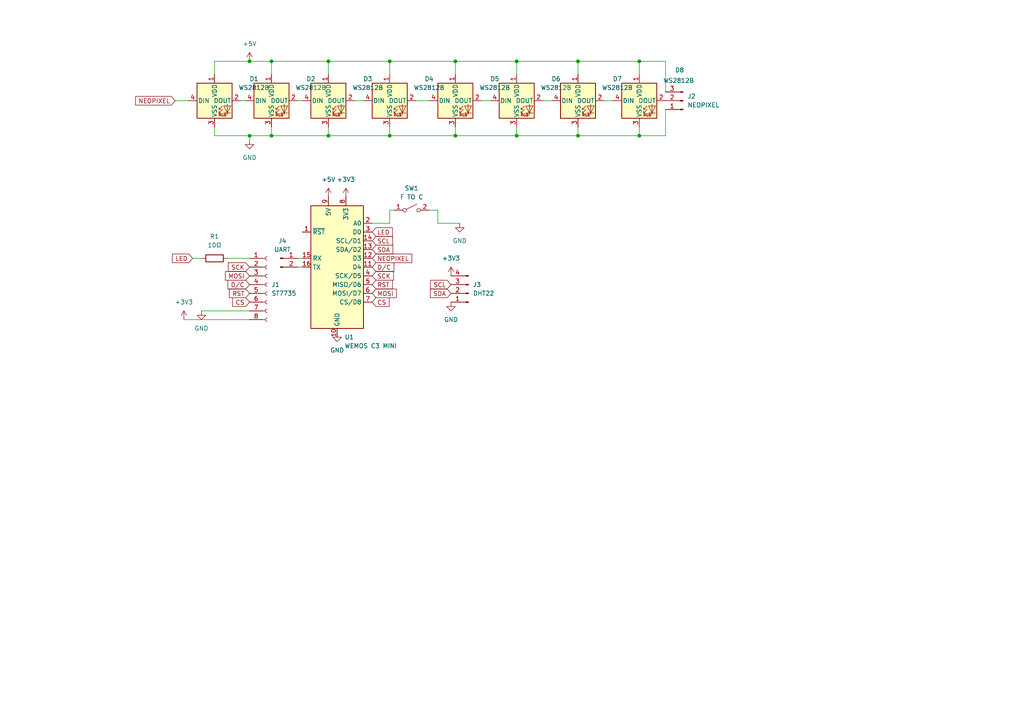
<source format=kicad_sch>
(kicad_sch (version 20241209) (generator "eeschema") (generator_version "8.99")
  (paper "A4")
  (lib_symbols
    (symbol "Connector:Conn_01x02_Pin" (pin_names (offset 1.016) (hide yes))
      (property "Reference" "J" (at 0 2.54 0))
      (property "Value" "Conn_01x02_Pin" (at 0 -5.08 0))
      (symbol "Conn_01x02_Pin_1_1"
        (rectangle (start 0.8636 0.127) (end 0 -0.127) (stroke (width 0.1524)) (fill (type outline)))
        (rectangle (start 0.8636 -2.413) (end 0 -2.667) (stroke (width 0.1524)) (fill (type outline)))
        (polyline (pts (xy 1.27 0) (xy 0.8636 0)) (stroke (width 0.1524)))
        (polyline (pts (xy 1.27 -2.54) (xy 0.8636 -2.54)) (stroke (width 0.1524)))
        (pin passive line (at 5.08 0 180) (length 3.81) (name "Pin_1") (number "1"))
        (pin passive line (at 5.08 -2.54 180) (length 3.81) (name "Pin_2") (number "2"))
      )
    )
    (symbol "Connector:Conn_01x03_Pin" (pin_names (offset 1.016) (hide yes))
      (property "Reference" "J" (at 0 5.08 0))
      (property "Value" "Conn_01x03_Pin" (at 0 -5.08 0))
      (symbol "Conn_01x03_Pin_1_1"
        (rectangle (start 0.8636 2.667) (end 0 2.413) (stroke (width 0.1524)) (fill (type outline)))
        (rectangle (start 0.8636 0.127) (end 0 -0.127) (stroke (width 0.1524)) (fill (type outline)))
        (rectangle (start 0.8636 -2.413) (end 0 -2.667) (stroke (width 0.1524)) (fill (type outline)))
        (polyline (pts (xy 1.27 2.54) (xy 0.8636 2.54)) (stroke (width 0.1524)))
        (polyline (pts (xy 1.27 0) (xy 0.8636 0)) (stroke (width 0.1524)))
        (polyline (pts (xy 1.27 -2.54) (xy 0.8636 -2.54)) (stroke (width 0.1524)))
        (pin passive line (at 5.08 2.54 180) (length 3.81) (name "Pin_1") (number "1"))
        (pin passive line (at 5.08 0 180) (length 3.81) (name "Pin_2") (number "2"))
        (pin passive line (at 5.08 -2.54 180) (length 3.81) (name "Pin_3") (number "3"))
      )
    )
    (symbol "Connector:Conn_01x04_Pin" (pin_names (offset 1.016) (hide yes))
      (property "Reference" "J" (at 0 5.08 0))
      (property "Value" "Conn_01x04_Pin" (at 0 -7.62 0))
      (symbol "Conn_01x04_Pin_1_1"
        (rectangle (start 0.8636 2.667) (end 0 2.413) (stroke (width 0.1524)) (fill (type outline)))
        (rectangle (start 0.8636 0.127) (end 0 -0.127) (stroke (width 0.1524)) (fill (type outline)))
        (rectangle (start 0.8636 -2.413) (end 0 -2.667) (stroke (width 0.1524)) (fill (type outline)))
        (rectangle (start 0.8636 -4.953) (end 0 -5.207) (stroke (width 0.1524)) (fill (type outline)))
        (polyline (pts (xy 1.27 2.54) (xy 0.8636 2.54)) (stroke (width 0.1524)))
        (polyline (pts (xy 1.27 0) (xy 0.8636 0)) (stroke (width 0.1524)))
        (polyline (pts (xy 1.27 -2.54) (xy 0.8636 -2.54)) (stroke (width 0.1524)))
        (polyline (pts (xy 1.27 -5.08) (xy 0.8636 -5.08)) (stroke (width 0.1524)))
        (pin passive line (at 5.08 2.54 180) (length 3.81) (name "Pin_1") (number "1"))
        (pin passive line (at 5.08 0 180) (length 3.81) (name "Pin_2") (number "2"))
        (pin passive line (at 5.08 -2.54 180) (length 3.81) (name "Pin_3") (number "3"))
        (pin passive line (at 5.08 -5.08 180) (length 3.81) (name "Pin_4") (number "4"))
      )
    )
    (symbol "Connector:Conn_01x08_Socket" (pin_names (offset 1.016) (hide yes))
      (property "Reference" "J" (at 0 10.16 0))
      (property "Value" "Conn_01x08_Socket" (at 0 -12.7 0))
      (symbol "Conn_01x08_Socket_1_1"
        (polyline (pts (xy -1.27 7.62) (xy -0.508 7.62)) (stroke (width 0.1524)))
        (polyline (pts (xy -1.27 5.08) (xy -0.508 5.08)) (stroke (width 0.1524)))
        (polyline (pts (xy -1.27 2.54) (xy -0.508 2.54)) (stroke (width 0.1524)))
        (polyline (pts (xy -1.27 0) (xy -0.508 0)) (stroke (width 0.1524)))
        (polyline (pts (xy -1.27 -2.54) (xy -0.508 -2.54)) (stroke (width 0.1524)))
        (polyline (pts (xy -1.27 -5.08) (xy -0.508 -5.08)) (stroke (width 0.1524)))
        (polyline (pts (xy -1.27 -7.62) (xy -0.508 -7.62)) (stroke (width 0.1524)))
        (polyline (pts (xy -1.27 -10.16) (xy -0.508 -10.16)) (stroke (width 0.1524)))
        (arc (start 0 7.112) (mid -0.5058 7.62) (end 0 8.128) (stroke (width 0.1524)))
        (arc (start 0 4.572) (mid -0.5058 5.08) (end 0 5.588) (stroke (width 0.1524)))
        (arc (start 0 2.032) (mid -0.5058 2.54) (end 0 3.048) (stroke (width 0.1524)))
        (arc (start 0 -0.508) (mid -0.5058 0) (end 0 0.508) (stroke (width 0.1524)))
        (arc (start 0 -3.048) (mid -0.5058 -2.54) (end 0 -2.032) (stroke (width 0.1524)))
        (arc (start 0 -5.588) (mid -0.5058 -5.08) (end 0 -4.572) (stroke (width 0.1524)))
        (arc (start 0 -8.128) (mid -0.5058 -7.62) (end 0 -7.112) (stroke (width 0.1524)))
        (arc (start 0 -10.668) (mid -0.5058 -10.16) (end 0 -9.652) (stroke (width 0.1524)))
        (pin passive line (at -5.08 7.62 0) (length 3.81) (name "Pin_1") (number "1"))
        (pin passive line (at -5.08 5.08 0) (length 3.81) (name "Pin_2") (number "2"))
        (pin passive line (at -5.08 2.54 0) (length 3.81) (name "Pin_3") (number "3"))
        (pin passive line (at -5.08 0 0) (length 3.81) (name "Pin_4") (number "4"))
        (pin passive line (at -5.08 -2.54 0) (length 3.81) (name "Pin_5") (number "5"))
        (pin passive line (at -5.08 -5.08 0) (length 3.81) (name "Pin_6") (number "6"))
        (pin passive line (at -5.08 -7.62 0) (length 3.81) (name "Pin_7") (number "7"))
        (pin passive line (at -5.08 -10.16 0) (length 3.81) (name "Pin_8") (number "8"))
      )
    )
    (symbol "Device:R" (pin_numbers (hide yes)) (pin_names (offset 0))
      (property "Reference" "R" (at 2.032 0 90))
      (property "Value" "R" (at 0 0 90))
      (symbol "R_0_1"
        (rectangle (start -1.016 -2.54) (end 1.016 2.54) (stroke (width 0.254)))
      )
      (symbol "R_1_1"
        (pin passive line (at 0 3.81 270) (length 1.27) (name "~") (number "1"))
        (pin passive line (at 0 -3.81 90) (length 1.27) (name "~") (number "2"))
      )
    )
    (symbol "LED:WS2812B" (pin_names (offset 0.254))
      (property "Reference" "D" (at 5.08 5.715 0))
      (property "Value" "WS2812B" (at 1.27 -5.715 0))
      (symbol "WS2812B_0_0"
        (text "RGB" (at 2.286 -4.191 0) (effects (font (size 0.762 0.762))))
      )
      (symbol "WS2812B_0_1"
        (polyline (pts (xy 1.27 -2.54) (xy 1.778 -2.54)))
        (polyline (pts (xy 1.27 -3.556) (xy 1.778 -3.556)))
        (polyline (pts (xy 2.286 -1.524) (xy 1.27 -2.54) (xy 1.27 -2.032)))
        (polyline (pts (xy 2.286 -2.54) (xy 1.27 -3.556) (xy 1.27 -3.048)))
        (polyline (pts (xy 3.683 -1.016) (xy 3.683 -3.556) (xy 3.683 -4.064)))
        (polyline (pts (xy 4.699 -1.524) (xy 2.667 -1.524) (xy 3.683 -3.556) (xy 4.699 -1.524)))
        (polyline (pts (xy 4.699 -3.556) (xy 2.667 -3.556)))
        (rectangle (start 5.08 5.08) (end -5.08 -5.08) (stroke (width 0.254)) (fill (type background)))
      )
      (symbol "WS2812B_1_1"
        (pin input line (at -7.62 0 0) (length 2.54) (name "DIN") (number "4"))
        (pin power_in line (at 0 7.62 270) (length 2.54) (name "VDD") (number "1"))
        (pin power_in line (at 0 -7.62 90) (length 2.54) (name "VSS") (number "3"))
        (pin output line (at 7.62 0 180) (length 2.54) (name "DOUT") (number "2"))
      )
    )
    (symbol "MCU_Module:WeMos_D1_mini"
      (property "Reference" "U" (at 3.81 19.05 0))
      (property "Value" "WeMos_D1_mini" (at 1.27 -19.05 0))
      (symbol "WeMos_D1_mini_1_1"
        (rectangle (start -7.62 17.78) (end 7.62 -17.78) (stroke (width 0.254)) (fill (type background)))
        (pin input line (at -10.16 10.16 0) (length 2.54) (name "~{RST}") (number "1"))
        (pin input line (at -10.16 2.54 0) (length 2.54) (name "RX") (number "15"))
        (pin output line (at -10.16 0 0) (length 2.54) (name "TX") (number "16"))
        (pin power_in line (at -2.54 20.32 270) (length 2.54) (name "5V") (number "9"))
        (pin power_in line (at 0 -20.32 90) (length 2.54) (name "GND") (number "10"))
        (pin power_out line (at 2.54 20.32 270) (length 2.54) (name "3V3") (number "8"))
        (pin input line (at 10.16 12.7 180) (length 2.54) (name "A0") (number "2"))
        (pin bidirectional line (at 10.16 10.16 180) (length 2.54) (name "D0") (number "3"))
        (pin bidirectional line (at 10.16 7.62 180) (length 2.54) (name "SCL/D1") (number "14"))
        (pin bidirectional line (at 10.16 5.08 180) (length 2.54) (name "SDA/D2") (number "13"))
        (pin bidirectional line (at 10.16 2.54 180) (length 2.54) (name "D3") (number "12"))
        (pin bidirectional line (at 10.16 0 180) (length 2.54) (name "D4") (number "11"))
        (pin bidirectional line (at 10.16 -2.54 180) (length 2.54) (name "SCK/D5") (number "4"))
        (pin bidirectional line (at 10.16 -5.08 180) (length 2.54) (name "MISO/D6") (number "5"))
        (pin bidirectional line (at 10.16 -7.62 180) (length 2.54) (name "MOSI/D7") (number "6"))
        (pin bidirectional line (at 10.16 -10.16 180) (length 2.54) (name "CS/D8") (number "7"))
      )
    )
    (symbol "Switch:SW_SPST" (pin_names (offset 0) (hide yes))
      (property "Reference" "SW" (at 0 3.175 0))
      (property "Value" "SW_SPST" (at 0 -2.54 0))
      (symbol "SW_SPST_0_0"
        (circle (center -2.032 0) (radius 0.508))
        (polyline (pts (xy -1.524 0.254) (xy 1.524 1.778)))
        (circle (center 2.032 0) (radius 0.508))
      )
      (symbol "SW_SPST_1_1"
        (pin passive line (at -5.08 0 0) (length 2.54) (name "A") (number "1"))
        (pin passive line (at 5.08 0 180) (length 2.54) (name "B") (number "2"))
      )
    )
    (symbol "power:+3V3" (power) (pin_numbers (hide yes)) (pin_names (offset 0) (hide yes))
      (property "Value" "+3V3" (at 0 3.556 0))
      (symbol "+3V3_0_1"
        (polyline (pts (xy -0.762 1.27) (xy 0 2.54)))
        (polyline (pts (xy 0 2.54) (xy 0.762 1.27)))
        (polyline (pts (xy 0 0) (xy 0 2.54)))
      )
      (symbol "+3V3_1_1"
        (pin power_in line (at 0 0 90) (length 0) (name "~") (number "1"))
      )
    )
    (symbol "power:+5V" (power) (pin_numbers (hide yes)) (pin_names (offset 0) (hide yes))
      (property "Value" "+5V" (at 0 3.556 0))
      (symbol "+5V_0_1"
        (polyline (pts (xy -0.762 1.27) (xy 0 2.54)))
        (polyline (pts (xy 0 2.54) (xy 0.762 1.27)))
        (polyline (pts (xy 0 0) (xy 0 2.54)))
      )
      (symbol "+5V_1_1"
        (pin power_in line (at 0 0 90) (length 0) (name "~") (number "1"))
      )
    )
    (symbol "power:GND" (power) (pin_numbers (hide yes)) (pin_names (offset 0) (hide yes))
      (property "Value" "GND" (at 0 -3.81 0))
      (symbol "GND_0_1"
        (polyline (pts (xy 0 0) (xy 0 -1.27) (xy 1.27 -1.27) (xy 0 -2.54) (xy -1.27 -1.27) (xy 0 -1.27)))
      )
      (symbol "GND_1_1"
        (pin power_in line (at 0 0 270) (length 0) (name "~") (number "1"))
      )
    )
  )
  (junction (at 113.03 17.78))
  (junction (at 113.03 39.37))
  (junction (at 78.74 39.37))
  (junction (at 132.08 17.78))
  (junction (at 72.39 17.78))
  (junction (at 95.25 39.37))
  (junction (at 95.25 17.78))
  (junction (at 72.39 39.37))
  (junction (at 132.08 39.37))
  (junction (at 185.42 39.37))
  (junction (at 149.86 17.78))
  (junction (at 185.42 17.78))
  (junction (at 167.64 39.37))
  (junction (at 167.64 17.78))
  (junction (at 78.74 17.78))
  (junction (at 149.86 39.37))
  (wire (pts (xy 113.03 36.83) (xy 113.03 39.37)))
  (wire (pts (xy 58.42 90.17) (xy 72.39 90.17)))
  (wire (pts (xy 50.8 29.21) (xy 54.61 29.21)))
  (wire (pts (xy 62.23 36.83) (xy 62.23 39.37)))
  (wire (pts (xy 124.46 60.96) (xy 127 60.96)))
  (wire (pts (xy 185.42 39.37) (xy 193.04 39.37)))
  (wire (pts (xy 114.3 60.96) (xy 113.03 60.96)))
  (wire (pts (xy 78.74 17.78) (xy 78.74 21.59)))
  (wire (pts (xy 78.74 39.37) (xy 72.39 39.37)))
  (wire (pts (xy 167.64 17.78) (xy 185.42 17.78)))
  (wire (pts (xy 185.42 36.83) (xy 185.42 39.37)))
  (wire (pts (xy 78.74 36.83) (xy 78.74 39.37)))
  (wire (pts (xy 167.64 17.78) (xy 167.64 21.59)))
  (wire (pts (xy 127 60.96) (xy 127 64.77)))
  (wire (pts (xy 62.23 39.37) (xy 72.39 39.37)))
  (wire (pts (xy 185.42 17.78) (xy 185.42 21.59)))
  (wire (pts (xy 185.42 17.78) (xy 193.04 17.78)))
  (wire (pts (xy 62.23 17.78) (xy 62.23 21.59)))
  (wire (pts (xy 86.36 29.21) (xy 87.63 29.21)))
  (wire (pts (xy 149.86 17.78) (xy 149.86 21.59)))
  (wire (pts (xy 193.04 26.67) (xy 193.04 17.78)))
  (wire (pts (xy 113.03 21.59) (xy 113.03 17.78)))
  (wire (pts (xy 78.74 17.78) (xy 95.25 17.78)))
  (wire (pts (xy 72.39 39.37) (xy 72.39 40.64)))
  (wire (pts (xy 78.74 17.78) (xy 72.39 17.78)))
  (wire (pts (xy 127 64.77) (xy 133.35 64.77)))
  (wire (pts (xy 62.23 17.78) (xy 72.39 17.78)))
  (wire (pts (xy 132.08 39.37) (xy 149.86 39.37)))
  (wire (pts (xy 69.85 29.21) (xy 71.12 29.21)))
  (wire (pts (xy 102.87 29.21) (xy 105.41 29.21)))
  (wire (pts (xy 132.08 17.78) (xy 132.08 21.59)))
  (wire (pts (xy 95.25 39.37) (xy 113.03 39.37)))
  (wire (pts (xy 78.74 39.37) (xy 95.25 39.37)))
  (wire (pts (xy 167.64 39.37) (xy 185.42 39.37)))
  (wire (pts (xy 66.04 74.93) (xy 72.39 74.93)))
  (wire (pts (xy 149.86 39.37) (xy 167.64 39.37)))
  (wire (pts (xy 95.25 17.78) (xy 113.03 17.78)))
  (wire (pts (xy 55.88 74.93) (xy 58.42 74.93)))
  (wire (pts (xy 113.03 17.78) (xy 132.08 17.78)))
  (wire (pts (xy 132.08 36.83) (xy 132.08 39.37)))
  (wire (pts (xy 97.79 96.52) (xy 97.79 97.79)))
  (wire (pts (xy 157.48 29.21) (xy 160.02 29.21)))
  (wire (pts (xy 149.86 36.83) (xy 149.86 39.37)))
  (wire (pts (xy 113.03 39.37) (xy 132.08 39.37)))
  (wire (pts (xy 175.26 29.21) (xy 177.8 29.21)))
  (wire (pts (xy 53.34 92.71) (xy 72.39 92.71)))
  (wire (pts (xy 113.03 60.96) (xy 113.03 64.77)))
  (wire (pts (xy 149.86 17.78) (xy 167.64 17.78)))
  (wire (pts (xy 132.08 17.78) (xy 149.86 17.78)))
  (wire (pts (xy 124.46 29.21) (xy 120.65 29.21)))
  (wire (pts (xy 193.04 31.75) (xy 193.04 39.37)))
  (wire (pts (xy 95.25 36.83) (xy 95.25 39.37)))
  (wire (pts (xy 95.25 17.78) (xy 95.25 21.59)))
  (wire (pts (xy 139.7 29.21) (xy 142.24 29.21)))
  (wire (pts (xy 86.36 74.93) (xy 87.63 74.93)))
  (wire (pts (xy 167.64 36.83) (xy 167.64 39.37)))
  (wire (pts (xy 113.03 64.77) (xy 107.95 64.77)))
  (wire (pts (xy 86.36 77.47) (xy 87.63 77.47)))
  (global_label "D{slash}C" (shape input) (at 72.39 82.55 180) (property "Intersheetrefs" "${INTERSHEET_REFS}" (effects (hide yes))))
  (global_label "NEOPIXEL" (shape input) (at 50.8 29.21 180) (property "Intersheetrefs" "${INTERSHEET_REFS}" (effects (hide yes))))
  (global_label "MOSI" (shape input) (at 107.95 85.09 0) (property "Intersheetrefs" "${INTERSHEET_REFS}" (effects (hide yes))))
  (global_label "RST" (shape input) (at 107.95 82.55 0) (property "Intersheetrefs" "${INTERSHEET_REFS}" (effects (hide yes))))
  (global_label "CS" (shape input) (at 107.95 87.63 0) (property "Intersheetrefs" "${INTERSHEET_REFS}" (effects (hide yes))))
  (global_label "SCL" (shape input) (at 130.81 82.55 180) (property "Intersheetrefs" "${INTERSHEET_REFS}" (effects (hide yes))))
  (global_label "LED" (shape input) (at 55.88 74.93 180) (property "Intersheetrefs" "${INTERSHEET_REFS}" (effects (hide yes))))
  (global_label "SCL" (shape input) (at 107.95 69.85 0) (property "Intersheetrefs" "${INTERSHEET_REFS}" (effects (hide yes))))
  (global_label "SDA" (shape input) (at 130.81 85.09 180) (property "Intersheetrefs" "${INTERSHEET_REFS}" (effects (hide yes))))
  (global_label "SDA" (shape input) (at 107.95 72.39 0) (property "Intersheetrefs" "${INTERSHEET_REFS}" (effects (hide yes))))
  (global_label "NEOPIXEL" (shape input) (at 107.95 74.93 0) (property "Intersheetrefs" "${INTERSHEET_REFS}" (effects (hide yes))))
  (global_label "CS" (shape input) (at 72.39 87.63 180) (property "Intersheetrefs" "${INTERSHEET_REFS}" (effects (hide yes))))
  (global_label "SCK" (shape input) (at 72.39 77.47 180) (property "Intersheetrefs" "${INTERSHEET_REFS}" (effects (hide yes))))
  (global_label "LED" (shape input) (at 107.95 67.31 0) (property "Intersheetrefs" "${INTERSHEET_REFS}" (effects (hide yes))))
  (global_label "D{slash}C" (shape input) (at 107.95 77.47 0) (property "Intersheetrefs" "${INTERSHEET_REFS}" (effects (hide yes))))
  (global_label "MOSI" (shape input) (at 72.39 80.01 180) (property "Intersheetrefs" "${INTERSHEET_REFS}" (effects (hide yes))))
  (global_label "SCK" (shape input) (at 107.95 80.01 0) (property "Intersheetrefs" "${INTERSHEET_REFS}" (effects (hide yes))))
  (global_label "RST" (shape input) (at 72.39 85.09 180) (property "Intersheetrefs" "${INTERSHEET_REFS}" (effects (hide yes))))
  (symbol (lib_id "power:GND") (at 58.42 90.17 0) (unit 1)
    (property "Reference" "#PWR03" (effects (hide yes)))
    (property "Value" "GND" (at 58.42 95.25 0))
    (property "Description" "Power symbol creates a global label with name \"GND\" , ground" (effects (hide yes)))
  )
  (symbol (lib_id "LED:WS2812B") (at 62.23 29.21 0) (unit 1)
    (property "Reference" "D1" (at 73.66 22.8914 0))
    (property "Value" "WS2812B" (at 73.66 25.4314 0))
    (property "Footprint" "LED_SMD:LED_WS2812B_PLCC4_5.0x5.0mm_P3.2mm" (effects (hide yes)))
    (property "Datasheet" "https://cdn-shop.adafruit.com/datasheets/WS2812B.pdf" (effects (hide yes)))
    (property "Description" "RGB LED with integrated controller" (effects (hide yes)))
  )
  (symbol (lib_id "Connector:Conn_01x08_Socket") (at 77.47 82.55 0) (unit 1)
    (property "Reference" "J1" (at 78.74 82.5499 0) (effects (justify left)))
    (property "Value" "ST7735" (at 78.74 85.0899 0) (effects (justify left)))
    (property "Footprint" "asylum-weather:TFT_ST7735_SD" (effects (hide yes)))
    (property "Description" "Generic connector, single row, 01x08, script generated" (effects (hide yes)))
  )
  (symbol (lib_id "power:GND") (at 133.35 64.77 0) (unit 1)
    (property "Reference" "#PWR09" (effects (hide yes)))
    (property "Value" "GND" (at 133.35 69.85 0))
    (property "Description" "Power symbol creates a global label with name \"GND\" , ground" (effects (hide yes)))
  )
  (symbol (lib_id "MCU_Module:WeMos_D1_mini") (at 97.79 77.47 0) (unit 1)
    (property "Reference" "U1" (at 99.9333 97.79 0) (effects (justify left)))
    (property "Value" "WEMOS C3 MINI" (at 99.9333 100.33 0) (effects (justify left)))
    (property "Footprint" "asylum-weather:WEMOS_C3_mini" (effects (hide yes)))
    (property "Datasheet" "https://wiki.wemos.cc/products:d1:d1_mini#documentation" (effects (hide yes)))
    (property "Description" "32-bit microcontroller module with WiFi" (effects (hide yes)))
  )
  (symbol (lib_id "LED:WS2812B") (at 167.64 29.21 0) (unit 1)
    (property "Reference" "D7" (at 179.07 22.8914 0))
    (property "Value" "WS2812B" (at 179.07 25.4314 0))
    (property "Footprint" "LED_SMD:LED_WS2812B_PLCC4_5.0x5.0mm_P3.2mm" (effects (hide yes)))
    (property "Datasheet" "https://cdn-shop.adafruit.com/datasheets/WS2812B.pdf" (effects (hide yes)))
    (property "Description" "RGB LED with integrated controller" (effects (hide yes)))
  )
  (symbol (lib_id "LED:WS2812B") (at 149.86 29.21 0) (unit 1)
    (property "Reference" "D6" (at 161.29 22.8914 0))
    (property "Value" "WS2812B" (at 161.29 25.4314 0))
    (property "Footprint" "LED_SMD:LED_WS2812B_PLCC4_5.0x5.0mm_P3.2mm" (effects (hide yes)))
    (property "Datasheet" "https://cdn-shop.adafruit.com/datasheets/WS2812B.pdf" (effects (hide yes)))
    (property "Description" "RGB LED with integrated controller" (effects (hide yes)))
  )
  (symbol (lib_id "LED:WS2812B") (at 185.42 29.21 0) (unit 1)
    (property "Reference" "D8" (at 197.104 20.32 0))
    (property "Value" "WS2812B" (at 196.85 23.368 0))
    (property "Footprint" "LED_SMD:LED_WS2812B_PLCC4_5.0x5.0mm_P3.2mm" (effects (hide yes)))
    (property "Datasheet" "https://cdn-shop.adafruit.com/datasheets/WS2812B.pdf" (effects (hide yes)))
    (property "Description" "RGB LED with integrated controller" (effects (hide yes)))
  )
  (symbol (lib_id "LED:WS2812B") (at 95.25 29.21 0) (unit 1)
    (property "Reference" "D3" (at 106.68 22.8914 0))
    (property "Value" "WS2812B" (at 106.68 25.4314 0))
    (property "Footprint" "LED_SMD:LED_WS2812B_PLCC4_5.0x5.0mm_P3.2mm" (effects (hide yes)))
    (property "Datasheet" "https://cdn-shop.adafruit.com/datasheets/WS2812B.pdf" (effects (hide yes)))
    (property "Description" "RGB LED with integrated controller" (effects (hide yes)))
  )
  (symbol (lib_id "Connector:Conn_01x02_Pin") (at 81.28 74.93 0) (unit 1)
    (property "Reference" "J4" (at 81.915 69.85 0))
    (property "Value" "UART" (at 81.915 72.39 0))
    (property "Footprint" "Connector_PinHeader_2.54mm:PinHeader_1x02_P2.54mm_Vertical" (effects (hide yes)))
    (property "Description" "Generic connector, single row, 01x02, script generated" (effects (hide yes)))
  )
  (symbol (lib_id "power:+3V3") (at 53.34 92.71 0) (unit 1)
    (property "Reference" "#PWR05" (effects (hide yes)))
    (property "Value" "+3V3" (at 53.34 87.63 0))
    (property "Description" "Power symbol creates a global label with name \"+3V3\"" (effects (hide yes)))
  )
  (symbol (lib_id "LED:WS2812B") (at 113.03 29.21 0) (unit 1)
    (property "Reference" "D4" (at 124.46 22.8914 0))
    (property "Value" "WS2812B" (at 124.46 25.4314 0))
    (property "Footprint" "LED_SMD:LED_WS2812B_PLCC4_5.0x5.0mm_P3.2mm" (effects (hide yes)))
    (property "Datasheet" "https://cdn-shop.adafruit.com/datasheets/WS2812B.pdf" (effects (hide yes)))
    (property "Description" "RGB LED with integrated controller" (effects (hide yes)))
  )
  (symbol (lib_id "Switch:SW_SPST") (at 119.38 60.96 0) (unit 1)
    (property "Reference" "SW1" (at 119.38 54.61 0))
    (property "Value" "F TO C" (at 119.38 57.15 0))
    (property "Footprint" "Connector_PinHeader_2.54mm:PinHeader_1x02_P2.54mm_Vertical" (effects (hide yes)))
    (property "Description" "Single Pole Single Throw (SPST) switch" (effects (hide yes)))
  )
  (symbol (lib_id "power:GND") (at 97.79 96.52 0) (unit 1)
    (property "Reference" "#PWR04" (effects (hide yes)))
    (property "Value" "GND" (at 97.79 101.6 0))
    (property "Description" "Power symbol creates a global label with name \"GND\" , ground" (effects (hide yes)))
  )
  (symbol (lib_id "Device:R") (at 62.23 74.93 90) (unit 1)
    (property "Reference" "R1" (at 62.23 68.58 90))
    (property "Value" "10Ω" (at 62.23 71.12 90))
    (property "Footprint" "Resistor_THT:R_Axial_DIN0207_L6.3mm_D2.5mm_P7.62mm_Horizontal" (effects (hide yes)))
    (property "Description" "Resistor" (effects (hide yes)))
  )
  (symbol (lib_id "Connector:Conn_01x03_Pin") (at 198.12 29.21 180) (unit 1)
    (property "Reference" "J2" (at 199.39 27.9399 0) (effects (justify right)))
    (property "Value" "NEOPIXEL" (at 199.39 30.4799 0) (effects (justify right)))
    (property "Footprint" "Connector_PinHeader_2.54mm:PinHeader_1x03_P2.54mm_Vertical" (effects (hide yes)))
    (property "Description" "Generic connector, single row, 01x03, script generated" (effects (hide yes)))
  )
  (symbol (lib_id "LED:WS2812B") (at 78.74 29.21 0) (unit 1)
    (property "Reference" "D2" (at 90.17 22.8914 0))
    (property "Value" "WS2812B" (at 90.17 25.4314 0))
    (property "Footprint" "LED_SMD:LED_WS2812B_PLCC4_5.0x5.0mm_P3.2mm" (effects (hide yes)))
    (property "Datasheet" "https://cdn-shop.adafruit.com/datasheets/WS2812B.pdf" (effects (hide yes)))
    (property "Description" "RGB LED with integrated controller" (effects (hide yes)))
  )
  (symbol (lib_id "power:+5V") (at 72.39 17.78 0) (unit 1)
    (property "Reference" "#PWR01" (effects (hide yes)))
    (property "Value" "+5V" (at 72.39 12.7 0))
    (property "Description" "Power symbol creates a global label with name \"+5V\"" (effects (hide yes)))
  )
  (symbol (lib_id "power:+5V") (at 95.25 57.15 0) (unit 1)
    (property "Reference" "#PWR02" (effects (hide yes)))
    (property "Value" "+5V" (at 95.25 52.07 0))
    (property "Description" "Power symbol creates a global label with name \"+5V\"" (effects (hide yes)))
  )
  (symbol (lib_id "Connector:Conn_01x04_Pin") (at 135.89 85.09 180) (unit 1)
    (property "Reference" "J3" (at 137.16 82.5499 0) (effects (justify right)))
    (property "Value" "DHT22" (at 137.16 85.0899 0) (effects (justify right)))
    (property "Footprint" "Connector_PinHeader_2.54mm:PinHeader_1x04_P2.54mm_Vertical" (effects (hide yes)))
    (property "Description" "Generic connector, single row, 01x04, script generated" (effects (hide yes)))
  )
  (symbol (lib_id "power:GND") (at 72.39 40.64 0) (unit 1)
    (property "Reference" "#PWR07" (effects (hide yes)))
    (property "Value" "GND" (at 72.39 45.72 0))
    (property "Description" "Power symbol creates a global label with name \"GND\" , ground" (effects (hide yes)))
  )
  (symbol (lib_id "power:+3V3") (at 100.33 57.15 0) (unit 1)
    (property "Reference" "#PWR010" (effects (hide yes)))
    (property "Value" "+3V3" (at 100.33 52.07 0))
    (property "Description" "Power symbol creates a global label with name \"+3V3\"" (effects (hide yes)))
  )
  (symbol (lib_id "power:GND") (at 130.81 87.63 0) (unit 1)
    (property "Reference" "#PWR08" (effects (hide yes)))
    (property "Value" "GND" (at 130.81 92.71 0))
    (property "Description" "Power symbol creates a global label with name \"GND\" , ground" (effects (hide yes)))
  )
  (symbol (lib_id "LED:WS2812B") (at 132.08 29.21 0) (unit 1)
    (property "Reference" "D5" (at 143.51 22.8914 0))
    (property "Value" "WS2812B" (at 143.51 25.4314 0))
    (property "Footprint" "LED_SMD:LED_WS2812B_PLCC4_5.0x5.0mm_P3.2mm" (effects (hide yes)))
    (property "Datasheet" "https://cdn-shop.adafruit.com/datasheets/WS2812B.pdf" (effects (hide yes)))
    (property "Description" "RGB LED with integrated controller" (effects (hide yes)))
  )
  (symbol (lib_id "power:+3V3") (at 130.81 80.01 0) (unit 1)
    (property "Reference" "#PWR06" (effects (hide yes)))
    (property "Value" "+3V3" (at 130.81 74.93 0))
    (property "Description" "Power symbol creates a global label with name \"+3V3\"" (effects (hide yes)))
  )
)
</source>
